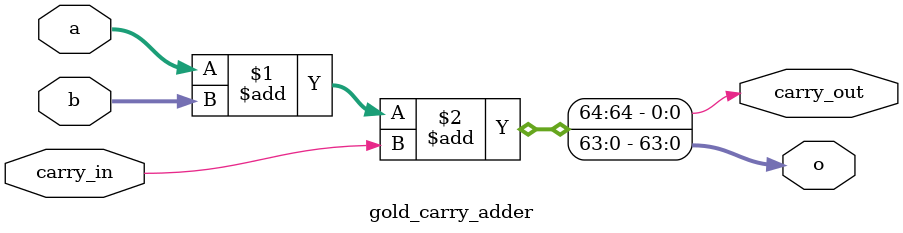
<source format=v>
module gold_carry_adder
#(
    parameter BITS=64
) (
`ifdef USE_POWER_PINS
    input VPWR,
    input VGND,
`endif
    input [BITS-1:0] a,
    input [BITS-1:0] b,
    input carry_in,
    output [BITS-1:0] o,
    output carry_out
);
    assign {carry_out, o} = a + b + carry_in;
endmodule

</source>
